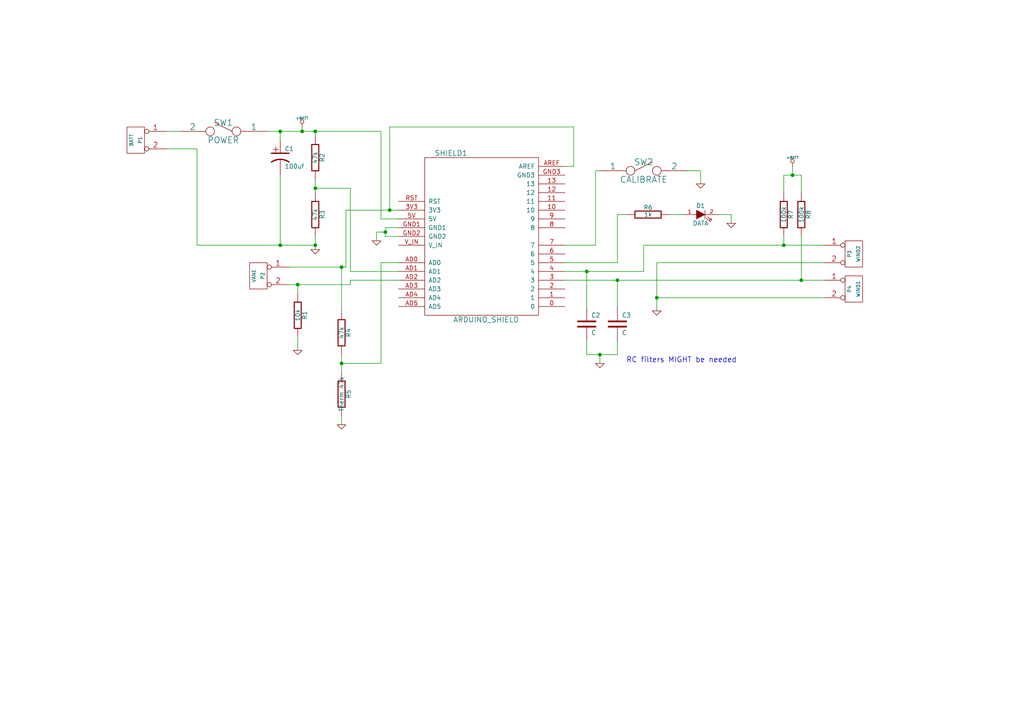
<source format=kicad_sch>
(kicad_sch (version 20230121) (generator eeschema)
  (paper "A4")
  (title_block (date "16 jul 2014"))
  (lib_symbols
    (symbol "DAQ_Wind_Logger_add_on-rescue:+BATT" (power) (pin_names (offset 0))
      (property "Value" "+BATT" (at 0 2.54 0))
      (symbol "+BATT_0_0"
        (pin power_in line (at 0 0 90) (length 0) hide (name "+BATT") (number "1"))
      )
      (symbol "+BATT_0_1"
        (polyline (pts (xy 0 0) (xy 0 1.016) (xy 0 1.016)))
        (circle (center 0 1.524) (radius 0.508))
      )
    )
    (symbol "DAQ_Wind_Logger_add_on-rescue:ARDUINO_SHIELD" (pin_names (offset 1.016))
      (property "Reference" "SHIELD" (at -8.89 24.13 0))
      (property "Value" "ARDUINO_SHIELD" (at 1.27 -24.13 0))
      (symbol "ARDUINO_SHIELD_0_1"
        (rectangle (start -16.51 -22.86) (end 16.51 22.86))
      )
      (symbol "ARDUINO_SHIELD_1_1"
        (pin bidirectional line (at 24.13 -20.32 180) (length 7.62) (name "0") (number "0"))
        (pin bidirectional line (at 24.13 -17.78 180) (length 7.62) (name "1") (number "1"))
        (pin bidirectional line (at 24.13 7.62 180) (length 7.62) (name "10") (number "10"))
        (pin bidirectional line (at 24.13 10.16 180) (length 7.62) (name "11") (number "11"))
        (pin bidirectional line (at 24.13 12.7 180) (length 7.62) (name "12") (number "12"))
        (pin bidirectional line (at 24.13 15.24 180) (length 7.62) (name "13") (number "13"))
        (pin bidirectional line (at 24.13 -15.24 180) (length 7.62) (name "2") (number "2"))
        (pin bidirectional line (at 24.13 -12.7 180) (length 7.62) (name "3") (number "3"))
        (pin power_in line (at -24.13 7.62 0) (length 7.62) (name "3V3") (number "3V3"))
        (pin bidirectional line (at 24.13 -10.16 180) (length 7.62) (name "4") (number "4"))
        (pin bidirectional line (at 24.13 -7.62 180) (length 7.62) (name "5") (number "5"))
        (pin power_in line (at -24.13 5.08 0) (length 7.62) (name "5V") (number "5V"))
        (pin bidirectional line (at 24.13 -5.08 180) (length 7.62) (name "6") (number "6"))
        (pin bidirectional line (at 24.13 -2.54 180) (length 7.62) (name "7") (number "7"))
        (pin bidirectional line (at 24.13 2.54 180) (length 7.62) (name "8") (number "8"))
        (pin bidirectional line (at 24.13 5.08 180) (length 7.62) (name "9") (number "9"))
        (pin bidirectional line (at -24.13 -7.62 0) (length 7.62) (name "AD0") (number "AD0"))
        (pin bidirectional line (at -24.13 -10.16 0) (length 7.62) (name "AD1") (number "AD1"))
        (pin bidirectional line (at -24.13 -12.7 0) (length 7.62) (name "AD2") (number "AD2"))
        (pin bidirectional line (at -24.13 -15.24 0) (length 7.62) (name "AD3") (number "AD3"))
        (pin bidirectional line (at -24.13 -17.78 0) (length 7.62) (name "AD4") (number "AD4"))
        (pin bidirectional line (at -24.13 -20.32 0) (length 7.62) (name "AD5") (number "AD5"))
        (pin power_in line (at 24.13 20.32 180) (length 7.62) (name "AREF") (number "AREF"))
        (pin power_in line (at -24.13 2.54 0) (length 7.62) (name "GND1") (number "GND1"))
        (pin power_in line (at -24.13 0 0) (length 7.62) (name "GND2") (number "GND2"))
        (pin power_in line (at 24.13 17.78 180) (length 7.62) (name "GND3") (number "GND3"))
        (pin input line (at -24.13 10.16 0) (length 7.62) (name "RST") (number "RST"))
        (pin power_in line (at -24.13 -2.54 0) (length 7.62) (name "V_IN") (number "V_IN"))
      )
    )
    (symbol "DAQ_Wind_Logger_add_on-rescue:C" (pin_numbers hide) (pin_names (offset 0.254))
      (property "Reference" "C" (at 1.27 2.54 0))
      (property "Value" "C" (at 1.27 -2.54 0))
      (symbol "C_0_1"
        (polyline (pts (xy -2.54 -0.762) (xy 2.54 -0.762)) (stroke (width 0.508)))
        (polyline (pts (xy -2.54 0.762) (xy 2.54 0.762)) (stroke (width 0.508)))
      )
      (symbol "C_1_1"
        (pin passive line (at 0 5.08 270) (length 4.318) (name "~") (number "1"))
        (pin passive line (at 0 -5.08 90) (length 4.318) (name "~") (number "2"))
      )
    )
    (symbol "DAQ_Wind_Logger_add_on-rescue:CONN_2" (pin_names (offset 1.016) hide)
      (property "Reference" "P" (at -1.27 0 90))
      (property "Value" "CONN_2" (at 1.27 0 90))
      (symbol "CONN_2_0_1"
        (rectangle (start -2.54 3.81) (end 2.54 -3.81))
      )
      (symbol "CONN_2_1_1"
        (pin passive inverted (at -8.89 2.54 0) (length 6.35) (name "P1") (number "1"))
        (pin passive inverted (at -8.89 -2.54 0) (length 6.35) (name "PM") (number "2"))
      )
    )
    (symbol "DAQ_Wind_Logger_add_on-rescue:CP1" (pin_numbers hide) (pin_names (offset 0.254) hide)
      (property "Reference" "C" (at 1.27 2.54 0))
      (property "Value" "CP1" (at 1.27 -2.54 0))
      (symbol "CP1_0_0"
        (text "+" (at -1.27 2.54 0) (effects (font (size 2.032 2.032))))
      )
      (symbol "CP1_0_1"
        (polyline (pts (xy -2.54 1.27) (xy 2.54 1.27) (xy 1.27 1.27) (xy 1.27 1.27)) (stroke (width 0.381)))
        (arc (start 2.54 -1.27) (mid 0 -0.5009) (end -2.54 -1.27) (stroke (width 0.381)))
      )
      (symbol "CP1_1_1"
        (pin passive line (at 0 5.08 270) (length 3.81) (name "~") (number "1"))
        (pin passive line (at 0 -5.08 90) (length 4.572) (name "~") (number "2"))
      )
    )
    (symbol "DAQ_Wind_Logger_add_on-rescue:GND" (power) (pin_names (offset 0))
      (symbol "GND_0_1"
        (polyline (pts (xy -1.27 0) (xy 0 -1.27) (xy 1.27 0) (xy -1.27 0)))
      )
      (symbol "GND_1_1"
        (pin power_in line (at 0 0 90) (length 0) hide (name "GND") (number "1"))
      )
    )
    (symbol "DAQ_Wind_Logger_add_on-rescue:LED" (pin_names (offset 1.016) hide)
      (property "Reference" "D" (at 0 2.54 0))
      (property "Value" "LED" (at 0 -2.54 0))
      (symbol "LED_0_1"
        (polyline (pts (xy 1.27 1.27) (xy 1.27 -1.27)))
        (polyline (pts (xy -1.27 1.27) (xy 1.27 0) (xy -1.27 -1.27)) (fill (type outline)))
        (polyline (pts (xy 1.651 -1.016) (xy 2.794 -2.032) (xy 2.667 -1.397)))
        (polyline (pts (xy 2.032 -0.635) (xy 3.175 -1.651) (xy 3.048 -1.016)))
      )
      (symbol "LED_1_1"
        (pin passive line (at -5.08 0 0) (length 3.81) (name "A") (number "1"))
        (pin passive line (at 5.08 0 180) (length 3.81) (name "K") (number "2"))
      )
    )
    (symbol "DAQ_Wind_Logger_add_on-rescue:R" (pin_numbers hide) (pin_names (offset 0))
      (property "Reference" "R" (at 2.032 0 90))
      (property "Value" "R" (at 0 0 90))
      (symbol "R_0_1"
        (rectangle (start -1.016 3.81) (end 1.016 -3.81) (stroke (width 0.3048)))
      )
      (symbol "R_1_1"
        (pin passive line (at 0 6.35 270) (length 2.54) (name "~") (number "1"))
        (pin passive line (at 0 -6.35 90) (length 2.54) (name "~") (number "2"))
      )
    )
    (symbol "DAQ_Wind_Logger_add_on-rescue:SPST" (pin_numbers hide) (pin_names (offset 0))
      (property "Reference" "SW" (at 0 2.54 0))
      (property "Value" "SPST" (at 0 -2.54 0))
      (symbol "SPST_0_0"
        (circle (center -3.81 0) (radius 1.27))
        (polyline (pts (xy -2.54 0) (xy 2.54 2.54)))
        (circle (center 3.81 0) (radius 1.27))
      )
      (symbol "SPST_1_1"
        (pin input line (at -12.7 0 0) (length 7.62) (name "1") (number "1"))
        (pin input line (at 12.7 0 180) (length 7.62) (name "2") (number "2"))
      )
    )
  )
  (junction (at 99.06 105.41))
  (junction (at 232.41 81.28))
  (junction (at 86.36 82.55))
  (junction (at 87.63 38.1))
  (junction (at 81.28 38.1))
  (junction (at 229.87 50.8))
  (junction (at 91.44 54.61))
  (junction (at 91.44 71.12))
  (junction (at 91.44 38.1))
  (junction (at 179.07 81.28))
  (junction (at 170.18 78.74))
  (junction (at 99.06 77.47))
  (junction (at 190.5 86.36))
  (junction (at 113.03 60.96))
  (junction (at 81.28 71.12))
  (junction (at 227.33 71.12))
  (junction (at 173.99 102.87))
  (junction (at 111.76 67.31))
  (wire (pts (xy 186.69 78.74) (xy 186.69 71.12)))
  (wire (pts (xy 110.49 38.1) (xy 110.49 63.5)))
  (wire (pts (xy 81.28 71.12) (xy 91.44 71.12)))
  (wire (pts (xy 199.39 49.53) (xy 203.2 49.53)))
  (wire (pts (xy 91.44 54.61) (xy 101.6 54.61)))
  (wire (pts (xy 163.83 48.26) (xy 166.37 48.26)))
  (wire (pts (xy 99.06 105.41) (xy 110.49 105.41)))
  (wire (pts (xy 77.47 38.1) (xy 81.28 38.1)))
  (wire (pts (xy 81.28 40.64) (xy 81.28 38.1)))
  (wire (pts (xy 166.37 36.83) (xy 113.03 36.83)))
  (wire (pts (xy 170.18 102.87) (xy 173.99 102.87)))
  (wire (pts (xy 99.06 77.47) (xy 83.82 77.47)))
  (wire (pts (xy 227.33 71.12) (xy 238.76 71.12)))
  (wire (pts (xy 99.06 105.41) (xy 99.06 102.87)))
  (wire (pts (xy 91.44 71.12) (xy 91.44 68.58)))
  (wire (pts (xy 190.5 76.2) (xy 190.5 86.36)))
  (wire (pts (xy 170.18 88.9) (xy 170.18 78.74)))
  (wire (pts (xy 100.33 60.96) (xy 100.33 77.47)))
  (wire (pts (xy 91.44 52.07) (xy 91.44 54.61)))
  (wire (pts (xy 170.18 78.74) (xy 186.69 78.74)))
  (wire (pts (xy 179.07 88.9) (xy 179.07 81.28)))
  (wire (pts (xy 172.72 71.12) (xy 172.72 49.53)))
  (wire (pts (xy 186.69 71.12) (xy 227.33 71.12)))
  (wire (pts (xy 179.07 81.28) (xy 232.41 81.28)))
  (wire (pts (xy 111.76 67.31) (xy 109.22 67.31)))
  (wire (pts (xy 111.76 67.31) (xy 111.76 68.58)))
  (wire (pts (xy 113.03 60.96) (xy 100.33 60.96)))
  (wire (pts (xy 99.06 123.19) (xy 99.06 120.65)))
  (wire (pts (xy 190.5 86.36) (xy 238.76 86.36)))
  (wire (pts (xy 110.49 76.2) (xy 115.57 76.2)))
  (wire (pts (xy 109.22 67.31) (xy 109.22 69.85)))
  (wire (pts (xy 91.44 38.1) (xy 110.49 38.1)))
  (wire (pts (xy 173.99 105.41) (xy 173.99 102.87)))
  (wire (pts (xy 163.83 81.28) (xy 179.07 81.28)))
  (wire (pts (xy 163.83 78.74) (xy 170.18 78.74)))
  (wire (pts (xy 163.83 76.2) (xy 179.07 76.2)))
  (wire (pts (xy 110.49 105.41) (xy 110.49 76.2)))
  (wire (pts (xy 87.63 38.1) (xy 87.63 36.83)))
  (wire (pts (xy 227.33 50.8) (xy 229.87 50.8)))
  (wire (pts (xy 81.28 38.1) (xy 87.63 38.1)))
  (wire (pts (xy 229.87 50.8) (xy 232.41 50.8)))
  (wire (pts (xy 113.03 36.83) (xy 113.03 60.96)))
  (wire (pts (xy 86.36 82.55) (xy 86.36 85.09)))
  (wire (pts (xy 99.06 90.17) (xy 99.06 77.47)))
  (wire (pts (xy 101.6 81.28) (xy 115.57 81.28)))
  (wire (pts (xy 166.37 48.26) (xy 166.37 36.83)))
  (wire (pts (xy 48.26 38.1) (xy 52.07 38.1)))
  (wire (pts (xy 232.41 68.58) (xy 232.41 81.28)))
  (wire (pts (xy 163.83 71.12) (xy 172.72 71.12)))
  (wire (pts (xy 179.07 102.87) (xy 179.07 99.06)))
  (wire (pts (xy 194.31 62.23) (xy 198.12 62.23)))
  (wire (pts (xy 101.6 78.74) (xy 115.57 78.74)))
  (wire (pts (xy 111.76 68.58) (xy 115.57 68.58)))
  (wire (pts (xy 232.41 50.8) (xy 232.41 55.88)))
  (wire (pts (xy 115.57 60.96) (xy 113.03 60.96)))
  (wire (pts (xy 111.76 66.04) (xy 111.76 67.31)))
  (wire (pts (xy 173.99 102.87) (xy 179.07 102.87)))
  (wire (pts (xy 212.09 62.23) (xy 212.09 64.77)))
  (wire (pts (xy 57.15 43.18) (xy 48.26 43.18)))
  (wire (pts (xy 115.57 66.04) (xy 111.76 66.04)))
  (wire (pts (xy 170.18 99.06) (xy 170.18 102.87)))
  (wire (pts (xy 99.06 107.95) (xy 99.06 105.41)))
  (wire (pts (xy 57.15 71.12) (xy 81.28 71.12)))
  (wire (pts (xy 190.5 76.2) (xy 238.76 76.2)))
  (wire (pts (xy 86.36 82.55) (xy 101.6 82.55)))
  (wire (pts (xy 81.28 50.8) (xy 81.28 71.12)))
  (wire (pts (xy 101.6 54.61) (xy 101.6 78.74)))
  (wire (pts (xy 83.82 82.55) (xy 86.36 82.55)))
  (wire (pts (xy 227.33 55.88) (xy 227.33 50.8)))
  (wire (pts (xy 229.87 50.8) (xy 229.87 48.26)))
  (wire (pts (xy 101.6 82.55) (xy 101.6 81.28)))
  (wire (pts (xy 91.44 72.39) (xy 91.44 71.12)))
  (wire (pts (xy 179.07 62.23) (xy 181.61 62.23)))
  (wire (pts (xy 91.44 39.37) (xy 91.44 38.1)))
  (wire (pts (xy 190.5 86.36) (xy 190.5 90.17)))
  (wire (pts (xy 57.15 43.18) (xy 57.15 71.12)))
  (wire (pts (xy 100.33 77.47) (xy 99.06 77.47)))
  (wire (pts (xy 208.28 62.23) (xy 212.09 62.23)))
  (wire (pts (xy 86.36 101.6) (xy 86.36 97.79)))
  (wire (pts (xy 232.41 81.28) (xy 238.76 81.28)))
  (wire (pts (xy 110.49 63.5) (xy 115.57 63.5)))
  (wire (pts (xy 179.07 76.2) (xy 179.07 62.23)))
  (wire (pts (xy 91.44 54.61) (xy 91.44 55.88)))
  (wire (pts (xy 172.72 49.53) (xy 173.99 49.53)))
  (wire (pts (xy 227.33 68.58) (xy 227.33 71.12)))
  (wire (pts (xy 87.63 38.1) (xy 91.44 38.1)))
  (wire (pts (xy 203.2 49.53) (xy 203.2 53.34)))
  (text "RC filters MIGHT be needed" (at 181.61 105.41 0) (effects (font (size 1.524 1.524)) (justify left bottom)))
  (symbol (lib_id "DAQ_Wind_Logger_add_on-rescue:R") (at 86.36 91.44 0) (unit 1)
    (property "Reference" "R1" (at 88.392 91.44 90))
    (property "Value" "10k" (at 86.36 91.44 90))
  )
  (symbol (lib_id "DAQ_Wind_Logger_add_on-rescue:C") (at 170.18 93.98 0) (unit 1)
    (property "Reference" "C2" (at 171.45 91.44 0) (effects (justify left)))
    (property "Value" "C" (at 171.45 96.52 0) (effects (justify left)))
  )
  (symbol (lib_id "DAQ_Wind_Logger_add_on-rescue:R") (at 187.96 62.23 90) (unit 1)
    (property "Reference" "R6" (at 187.96 60.198 90))
    (property "Value" "1k" (at 187.96 62.23 90))
  )
  (symbol (lib_id "DAQ_Wind_Logger_add_on-rescue:LED") (at 203.2 62.23 0) (unit 1)
    (property "Reference" "D1" (at 203.2 59.69 0))
    (property "Value" "DATA" (at 203.2 64.77 0))
  )
  (symbol (lib_id "DAQ_Wind_Logger_add_on-rescue:GND") (at 190.5 90.17 0) (unit 1)
    (property "Reference" "#PWR01" (effects hide))
    (property "Value" "GND" (effects hide))
  )
  (symbol (lib_id "DAQ_Wind_Logger_add_on-rescue:R") (at 91.44 62.23 0) (unit 1)
    (property "Reference" "R3" (at 93.472 62.23 90))
    (property "Value" "47k" (at 91.44 62.23 90))
  )
  (symbol (lib_id "DAQ_Wind_Logger_add_on-rescue:R") (at 91.44 45.72 0) (unit 1)
    (property "Reference" "R2" (at 93.472 45.72 90))
    (property "Value" "47k" (at 91.44 45.72 90))
  )
  (symbol (lib_id "DAQ_Wind_Logger_add_on-rescue:R") (at 99.06 96.52 0) (unit 1)
    (property "Reference" "R4" (at 101.092 96.52 90))
    (property "Value" "47k" (at 99.06 96.52 90))
  )
  (symbol (lib_id "DAQ_Wind_Logger_add_on-rescue:R") (at 99.06 114.3 0) (unit 1)
    (property "Reference" "R5" (at 101.092 114.3 90))
    (property "Value" "Therm 47k" (at 99.06 114.3 90))
  )
  (symbol (lib_id "DAQ_Wind_Logger_add_on-rescue:ARDUINO_SHIELD") (at 139.7 68.58 0) (unit 1)
    (property "Reference" "SHIELD1" (at 130.81 44.45 0) (effects (font (size 1.524 1.524))))
    (property "Value" "ARDUINO_SHIELD" (at 140.97 92.71 0) (effects (font (size 1.524 1.524))))
  )
  (symbol (lib_id "DAQ_Wind_Logger_add_on-rescue:CONN_2") (at 39.37 40.64 0) (mirror y) (unit 1)
    (property "Reference" "P1" (at 40.64 40.64 90) (effects (font (size 1.016 1.016))))
    (property "Value" "BATT" (at 38.1 40.64 90) (effects (font (size 1.016 1.016))))
  )
  (symbol (lib_id "DAQ_Wind_Logger_add_on-rescue:CONN_2") (at 247.65 83.82 0) (unit 1)
    (property "Reference" "P4" (at 246.38 83.82 90) (effects (font (size 1.016 1.016))))
    (property "Value" "WIND1" (at 248.92 83.82 90) (effects (font (size 1.016 1.016))))
  )
  (symbol (lib_id "DAQ_Wind_Logger_add_on-rescue:CONN_2") (at 247.65 73.66 0) (unit 1)
    (property "Reference" "P3" (at 246.38 73.66 90) (effects (font (size 1.016 1.016))))
    (property "Value" "WIND2" (at 248.92 73.66 90) (effects (font (size 1.016 1.016))))
  )
  (symbol (lib_id "DAQ_Wind_Logger_add_on-rescue:CONN_2") (at 74.93 80.01 0) (mirror y) (unit 1)
    (property "Reference" "P2" (at 76.2 80.01 90) (effects (font (size 1.016 1.016))))
    (property "Value" "VANE" (at 73.66 80.01 90) (effects (font (size 1.016 1.016))))
  )
  (symbol (lib_id "DAQ_Wind_Logger_add_on-rescue:+BATT") (at 87.63 36.83 0) (unit 1)
    (property "Reference" "#PWR02" (effects hide))
    (property "Value" "+BATT" (at 87.63 34.29 0) (effects (font (size 0.762 0.762))))
  )
  (symbol (lib_id "DAQ_Wind_Logger_add_on-rescue:GND") (at 212.09 64.77 0) (unit 1)
    (property "Reference" "#PWR03" (effects hide))
    (property "Value" "GND" (effects hide))
  )
  (symbol (lib_id "DAQ_Wind_Logger_add_on-rescue:GND") (at 91.44 72.39 0) (unit 1)
    (property "Reference" "#PWR04" (effects hide))
    (property "Value" "GND" (effects hide))
  )
  (symbol (lib_id "DAQ_Wind_Logger_add_on-rescue:GND") (at 86.36 101.6 0) (unit 1)
    (property "Reference" "#PWR05" (effects hide))
    (property "Value" "GND" (effects hide))
  )
  (symbol (lib_id "DAQ_Wind_Logger_add_on-rescue:GND") (at 99.06 123.19 0) (unit 1)
    (property "Reference" "#PWR06" (effects hide))
    (property "Value" "GND" (effects hide))
  )
  (symbol (lib_id "DAQ_Wind_Logger_add_on-rescue:SPST") (at 186.69 49.53 0) (unit 1)
    (property "Reference" "SW2" (at 186.69 46.99 0) (effects (font (size 1.778 1.778))))
    (property "Value" "CALIBRATE" (at 186.69 52.07 0) (effects (font (size 1.778 1.778))))
  )
  (symbol (lib_id "DAQ_Wind_Logger_add_on-rescue:SPST") (at 64.77 38.1 0) (mirror y) (unit 1)
    (property "Reference" "SW1" (at 64.77 35.56 0) (effects (font (size 1.778 1.778))))
    (property "Value" "POWER" (at 64.77 40.64 0) (effects (font (size 1.778 1.778))))
  )
  (symbol (lib_id "DAQ_Wind_Logger_add_on-rescue:GND") (at 203.2 53.34 0) (unit 1)
    (property "Reference" "#PWR07" (effects hide))
    (property "Value" "GND" (effects hide))
  )
  (symbol (lib_id "DAQ_Wind_Logger_add_on-rescue:C") (at 179.07 93.98 0) (unit 1)
    (property "Reference" "C3" (at 180.34 91.44 0) (effects (justify left)))
    (property "Value" "C" (at 180.34 96.52 0) (effects (justify left)))
  )
  (symbol (lib_id "DAQ_Wind_Logger_add_on-rescue:GND") (at 173.99 105.41 0) (unit 1)
    (property "Reference" "#PWR08" (effects hide))
    (property "Value" "GND" (effects hide))
  )
  (symbol (lib_id "DAQ_Wind_Logger_add_on-rescue:CP1") (at 81.28 45.72 0) (unit 1)
    (property "Reference" "C1" (at 82.55 43.18 0) (effects (justify left)))
    (property "Value" "100uf" (at 82.55 48.26 0) (effects (justify left)))
  )
  (symbol (lib_id "DAQ_Wind_Logger_add_on-rescue:GND") (at 109.22 69.85 0) (unit 1)
    (property "Reference" "#PWR09" (effects hide))
    (property "Value" "GND" (effects hide))
  )
  (symbol (lib_id "DAQ_Wind_Logger_add_on-rescue:R") (at 227.33 62.23 0) (unit 1)
    (property "Reference" "R7" (at 229.362 62.23 90))
    (property "Value" "100k" (at 227.33 62.23 90))
  )
  (symbol (lib_id "DAQ_Wind_Logger_add_on-rescue:R") (at 232.41 62.23 0) (unit 1)
    (property "Reference" "R8" (at 234.442 62.23 90))
    (property "Value" "100k" (at 232.41 62.23 90))
  )
  (symbol (lib_id "DAQ_Wind_Logger_add_on-rescue:+BATT") (at 229.87 48.26 0) (unit 1)
    (property "Reference" "#PWR010" (effects hide))
    (property "Value" "+BATT" (at 229.87 45.72 0) (effects (font (size 0.762 0.762))))
  )
)
</source>
